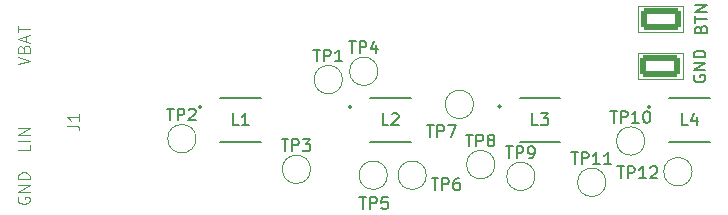
<source format=gbr>
%TF.GenerationSoftware,KiCad,Pcbnew,9.0.0*%
%TF.CreationDate,2026-02-06T13:22:11+01:00*%
%TF.ProjectId,Integrated_ACG_separate_v2,496e7465-6772-4617-9465-645f4143475f,rev?*%
%TF.SameCoordinates,Original*%
%TF.FileFunction,Legend,Top*%
%TF.FilePolarity,Positive*%
%FSLAX46Y46*%
G04 Gerber Fmt 4.6, Leading zero omitted, Abs format (unit mm)*
G04 Created by KiCad (PCBNEW 9.0.0) date 2026-02-06 13:22:11*
%MOMM*%
%LPD*%
G01*
G04 APERTURE LIST*
G04 Aperture macros list*
%AMRoundRect*
0 Rectangle with rounded corners*
0 $1 Rounding radius*
0 $2 $3 $4 $5 $6 $7 $8 $9 X,Y pos of 4 corners*
0 Add a 4 corners polygon primitive as box body*
4,1,4,$2,$3,$4,$5,$6,$7,$8,$9,$2,$3,0*
0 Add four circle primitives for the rounded corners*
1,1,$1+$1,$2,$3*
1,1,$1+$1,$4,$5*
1,1,$1+$1,$6,$7*
1,1,$1+$1,$8,$9*
0 Add four rect primitives between the rounded corners*
20,1,$1+$1,$2,$3,$4,$5,0*
20,1,$1+$1,$4,$5,$6,$7,0*
20,1,$1+$1,$6,$7,$8,$9,0*
20,1,$1+$1,$8,$9,$2,$3,0*%
G04 Aperture macros list end*
%ADD10C,0.100000*%
%ADD11C,0.150000*%
%ADD12C,0.120000*%
%ADD13C,0.152400*%
%ADD14RoundRect,0.250000X-1.450000X-0.650000X1.450000X-0.650000X1.450000X0.650000X-1.450000X0.650000X0*%
%ADD15C,2.000000*%
%ADD16R,1.295400X0.711200*%
%ADD17C,1.905000*%
G04 APERTURE END LIST*
D10*
X201570043Y-149252158D02*
X201522424Y-149347396D01*
X201522424Y-149347396D02*
X201522424Y-149490253D01*
X201522424Y-149490253D02*
X201570043Y-149633110D01*
X201570043Y-149633110D02*
X201665281Y-149728348D01*
X201665281Y-149728348D02*
X201760519Y-149775967D01*
X201760519Y-149775967D02*
X201950995Y-149823586D01*
X201950995Y-149823586D02*
X202093852Y-149823586D01*
X202093852Y-149823586D02*
X202284328Y-149775967D01*
X202284328Y-149775967D02*
X202379566Y-149728348D01*
X202379566Y-149728348D02*
X202474805Y-149633110D01*
X202474805Y-149633110D02*
X202522424Y-149490253D01*
X202522424Y-149490253D02*
X202522424Y-149395015D01*
X202522424Y-149395015D02*
X202474805Y-149252158D01*
X202474805Y-149252158D02*
X202427185Y-149204539D01*
X202427185Y-149204539D02*
X202093852Y-149204539D01*
X202093852Y-149204539D02*
X202093852Y-149395015D01*
X202522424Y-148775967D02*
X201522424Y-148775967D01*
X201522424Y-148775967D02*
X202522424Y-148204539D01*
X202522424Y-148204539D02*
X201522424Y-148204539D01*
X202522424Y-147728348D02*
X201522424Y-147728348D01*
X201522424Y-147728348D02*
X201522424Y-147490253D01*
X201522424Y-147490253D02*
X201570043Y-147347396D01*
X201570043Y-147347396D02*
X201665281Y-147252158D01*
X201665281Y-147252158D02*
X201760519Y-147204539D01*
X201760519Y-147204539D02*
X201950995Y-147156920D01*
X201950995Y-147156920D02*
X202093852Y-147156920D01*
X202093852Y-147156920D02*
X202284328Y-147204539D01*
X202284328Y-147204539D02*
X202379566Y-147252158D01*
X202379566Y-147252158D02*
X202474805Y-147347396D01*
X202474805Y-147347396D02*
X202522424Y-147490253D01*
X202522424Y-147490253D02*
X202522424Y-147728348D01*
X202522424Y-144799777D02*
X202522424Y-145275967D01*
X202522424Y-145275967D02*
X201522424Y-145275967D01*
X202522424Y-144466443D02*
X201522424Y-144466443D01*
X202522424Y-143990253D02*
X201522424Y-143990253D01*
X201522424Y-143990253D02*
X202522424Y-143418825D01*
X202522424Y-143418825D02*
X201522424Y-143418825D01*
X201522424Y-138018824D02*
X202522424Y-137685491D01*
X202522424Y-137685491D02*
X201522424Y-137352158D01*
X201998614Y-136685491D02*
X202046233Y-136542634D01*
X202046233Y-136542634D02*
X202093852Y-136495015D01*
X202093852Y-136495015D02*
X202189090Y-136447396D01*
X202189090Y-136447396D02*
X202331947Y-136447396D01*
X202331947Y-136447396D02*
X202427185Y-136495015D01*
X202427185Y-136495015D02*
X202474805Y-136542634D01*
X202474805Y-136542634D02*
X202522424Y-136637872D01*
X202522424Y-136637872D02*
X202522424Y-137018824D01*
X202522424Y-137018824D02*
X201522424Y-137018824D01*
X201522424Y-137018824D02*
X201522424Y-136685491D01*
X201522424Y-136685491D02*
X201570043Y-136590253D01*
X201570043Y-136590253D02*
X201617662Y-136542634D01*
X201617662Y-136542634D02*
X201712900Y-136495015D01*
X201712900Y-136495015D02*
X201808138Y-136495015D01*
X201808138Y-136495015D02*
X201903376Y-136542634D01*
X201903376Y-136542634D02*
X201950995Y-136590253D01*
X201950995Y-136590253D02*
X201998614Y-136685491D01*
X201998614Y-136685491D02*
X201998614Y-137018824D01*
X202236709Y-136066443D02*
X202236709Y-135590253D01*
X202522424Y-136161681D02*
X201522424Y-135828348D01*
X201522424Y-135828348D02*
X202522424Y-135495015D01*
X201522424Y-135304538D02*
X201522424Y-134733110D01*
X202522424Y-135018824D02*
X201522424Y-135018824D01*
D11*
X259351009Y-135013333D02*
X259398628Y-134870476D01*
X259398628Y-134870476D02*
X259446247Y-134822857D01*
X259446247Y-134822857D02*
X259541485Y-134775238D01*
X259541485Y-134775238D02*
X259684342Y-134775238D01*
X259684342Y-134775238D02*
X259779580Y-134822857D01*
X259779580Y-134822857D02*
X259827200Y-134870476D01*
X259827200Y-134870476D02*
X259874819Y-134965714D01*
X259874819Y-134965714D02*
X259874819Y-135346666D01*
X259874819Y-135346666D02*
X258874819Y-135346666D01*
X258874819Y-135346666D02*
X258874819Y-135013333D01*
X258874819Y-135013333D02*
X258922438Y-134918095D01*
X258922438Y-134918095D02*
X258970057Y-134870476D01*
X258970057Y-134870476D02*
X259065295Y-134822857D01*
X259065295Y-134822857D02*
X259160533Y-134822857D01*
X259160533Y-134822857D02*
X259255771Y-134870476D01*
X259255771Y-134870476D02*
X259303390Y-134918095D01*
X259303390Y-134918095D02*
X259351009Y-135013333D01*
X259351009Y-135013333D02*
X259351009Y-135346666D01*
X258874819Y-134489523D02*
X258874819Y-133918095D01*
X259874819Y-134203809D02*
X258874819Y-134203809D01*
X259874819Y-133584761D02*
X258874819Y-133584761D01*
X258874819Y-133584761D02*
X259874819Y-133013333D01*
X259874819Y-133013333D02*
X258874819Y-133013333D01*
X239438095Y-143956819D02*
X240009523Y-143956819D01*
X239723809Y-144956819D02*
X239723809Y-143956819D01*
X240342857Y-144956819D02*
X240342857Y-143956819D01*
X240342857Y-143956819D02*
X240723809Y-143956819D01*
X240723809Y-143956819D02*
X240819047Y-144004438D01*
X240819047Y-144004438D02*
X240866666Y-144052057D01*
X240866666Y-144052057D02*
X240914285Y-144147295D01*
X240914285Y-144147295D02*
X240914285Y-144290152D01*
X240914285Y-144290152D02*
X240866666Y-144385390D01*
X240866666Y-144385390D02*
X240819047Y-144433009D01*
X240819047Y-144433009D02*
X240723809Y-144480628D01*
X240723809Y-144480628D02*
X240342857Y-144480628D01*
X241485714Y-144385390D02*
X241390476Y-144337771D01*
X241390476Y-144337771D02*
X241342857Y-144290152D01*
X241342857Y-144290152D02*
X241295238Y-144194914D01*
X241295238Y-144194914D02*
X241295238Y-144147295D01*
X241295238Y-144147295D02*
X241342857Y-144052057D01*
X241342857Y-144052057D02*
X241390476Y-144004438D01*
X241390476Y-144004438D02*
X241485714Y-143956819D01*
X241485714Y-143956819D02*
X241676190Y-143956819D01*
X241676190Y-143956819D02*
X241771428Y-144004438D01*
X241771428Y-144004438D02*
X241819047Y-144052057D01*
X241819047Y-144052057D02*
X241866666Y-144147295D01*
X241866666Y-144147295D02*
X241866666Y-144194914D01*
X241866666Y-144194914D02*
X241819047Y-144290152D01*
X241819047Y-144290152D02*
X241771428Y-144337771D01*
X241771428Y-144337771D02*
X241676190Y-144385390D01*
X241676190Y-144385390D02*
X241485714Y-144385390D01*
X241485714Y-144385390D02*
X241390476Y-144433009D01*
X241390476Y-144433009D02*
X241342857Y-144480628D01*
X241342857Y-144480628D02*
X241295238Y-144575866D01*
X241295238Y-144575866D02*
X241295238Y-144766342D01*
X241295238Y-144766342D02*
X241342857Y-144861580D01*
X241342857Y-144861580D02*
X241390476Y-144909200D01*
X241390476Y-144909200D02*
X241485714Y-144956819D01*
X241485714Y-144956819D02*
X241676190Y-144956819D01*
X241676190Y-144956819D02*
X241771428Y-144909200D01*
X241771428Y-144909200D02*
X241819047Y-144861580D01*
X241819047Y-144861580D02*
X241866666Y-144766342D01*
X241866666Y-144766342D02*
X241866666Y-144575866D01*
X241866666Y-144575866D02*
X241819047Y-144480628D01*
X241819047Y-144480628D02*
X241771428Y-144433009D01*
X241771428Y-144433009D02*
X241676190Y-144385390D01*
X242838095Y-144956819D02*
X243409523Y-144956819D01*
X243123809Y-145956819D02*
X243123809Y-144956819D01*
X243742857Y-145956819D02*
X243742857Y-144956819D01*
X243742857Y-144956819D02*
X244123809Y-144956819D01*
X244123809Y-144956819D02*
X244219047Y-145004438D01*
X244219047Y-145004438D02*
X244266666Y-145052057D01*
X244266666Y-145052057D02*
X244314285Y-145147295D01*
X244314285Y-145147295D02*
X244314285Y-145290152D01*
X244314285Y-145290152D02*
X244266666Y-145385390D01*
X244266666Y-145385390D02*
X244219047Y-145433009D01*
X244219047Y-145433009D02*
X244123809Y-145480628D01*
X244123809Y-145480628D02*
X243742857Y-145480628D01*
X244790476Y-145956819D02*
X244980952Y-145956819D01*
X244980952Y-145956819D02*
X245076190Y-145909200D01*
X245076190Y-145909200D02*
X245123809Y-145861580D01*
X245123809Y-145861580D02*
X245219047Y-145718723D01*
X245219047Y-145718723D02*
X245266666Y-145528247D01*
X245266666Y-145528247D02*
X245266666Y-145147295D01*
X245266666Y-145147295D02*
X245219047Y-145052057D01*
X245219047Y-145052057D02*
X245171428Y-145004438D01*
X245171428Y-145004438D02*
X245076190Y-144956819D01*
X245076190Y-144956819D02*
X244885714Y-144956819D01*
X244885714Y-144956819D02*
X244790476Y-145004438D01*
X244790476Y-145004438D02*
X244742857Y-145052057D01*
X244742857Y-145052057D02*
X244695238Y-145147295D01*
X244695238Y-145147295D02*
X244695238Y-145385390D01*
X244695238Y-145385390D02*
X244742857Y-145480628D01*
X244742857Y-145480628D02*
X244790476Y-145528247D01*
X244790476Y-145528247D02*
X244885714Y-145575866D01*
X244885714Y-145575866D02*
X245076190Y-145575866D01*
X245076190Y-145575866D02*
X245171428Y-145528247D01*
X245171428Y-145528247D02*
X245219047Y-145480628D01*
X245219047Y-145480628D02*
X245266666Y-145385390D01*
X236138095Y-143154819D02*
X236709523Y-143154819D01*
X236423809Y-144154819D02*
X236423809Y-143154819D01*
X237042857Y-144154819D02*
X237042857Y-143154819D01*
X237042857Y-143154819D02*
X237423809Y-143154819D01*
X237423809Y-143154819D02*
X237519047Y-143202438D01*
X237519047Y-143202438D02*
X237566666Y-143250057D01*
X237566666Y-143250057D02*
X237614285Y-143345295D01*
X237614285Y-143345295D02*
X237614285Y-143488152D01*
X237614285Y-143488152D02*
X237566666Y-143583390D01*
X237566666Y-143583390D02*
X237519047Y-143631009D01*
X237519047Y-143631009D02*
X237423809Y-143678628D01*
X237423809Y-143678628D02*
X237042857Y-143678628D01*
X237947619Y-143154819D02*
X238614285Y-143154819D01*
X238614285Y-143154819D02*
X238185714Y-144154819D01*
X223838095Y-144356819D02*
X224409523Y-144356819D01*
X224123809Y-145356819D02*
X224123809Y-144356819D01*
X224742857Y-145356819D02*
X224742857Y-144356819D01*
X224742857Y-144356819D02*
X225123809Y-144356819D01*
X225123809Y-144356819D02*
X225219047Y-144404438D01*
X225219047Y-144404438D02*
X225266666Y-144452057D01*
X225266666Y-144452057D02*
X225314285Y-144547295D01*
X225314285Y-144547295D02*
X225314285Y-144690152D01*
X225314285Y-144690152D02*
X225266666Y-144785390D01*
X225266666Y-144785390D02*
X225219047Y-144833009D01*
X225219047Y-144833009D02*
X225123809Y-144880628D01*
X225123809Y-144880628D02*
X224742857Y-144880628D01*
X225647619Y-144356819D02*
X226266666Y-144356819D01*
X226266666Y-144356819D02*
X225933333Y-144737771D01*
X225933333Y-144737771D02*
X226076190Y-144737771D01*
X226076190Y-144737771D02*
X226171428Y-144785390D01*
X226171428Y-144785390D02*
X226219047Y-144833009D01*
X226219047Y-144833009D02*
X226266666Y-144928247D01*
X226266666Y-144928247D02*
X226266666Y-145166342D01*
X226266666Y-145166342D02*
X226219047Y-145261580D01*
X226219047Y-145261580D02*
X226171428Y-145309200D01*
X226171428Y-145309200D02*
X226076190Y-145356819D01*
X226076190Y-145356819D02*
X225790476Y-145356819D01*
X225790476Y-145356819D02*
X225695238Y-145309200D01*
X225695238Y-145309200D02*
X225647619Y-145261580D01*
X258782438Y-138951904D02*
X258734819Y-139047142D01*
X258734819Y-139047142D02*
X258734819Y-139189999D01*
X258734819Y-139189999D02*
X258782438Y-139332856D01*
X258782438Y-139332856D02*
X258877676Y-139428094D01*
X258877676Y-139428094D02*
X258972914Y-139475713D01*
X258972914Y-139475713D02*
X259163390Y-139523332D01*
X259163390Y-139523332D02*
X259306247Y-139523332D01*
X259306247Y-139523332D02*
X259496723Y-139475713D01*
X259496723Y-139475713D02*
X259591961Y-139428094D01*
X259591961Y-139428094D02*
X259687200Y-139332856D01*
X259687200Y-139332856D02*
X259734819Y-139189999D01*
X259734819Y-139189999D02*
X259734819Y-139094761D01*
X259734819Y-139094761D02*
X259687200Y-138951904D01*
X259687200Y-138951904D02*
X259639580Y-138904285D01*
X259639580Y-138904285D02*
X259306247Y-138904285D01*
X259306247Y-138904285D02*
X259306247Y-139094761D01*
X259734819Y-138475713D02*
X258734819Y-138475713D01*
X258734819Y-138475713D02*
X259734819Y-137904285D01*
X259734819Y-137904285D02*
X258734819Y-137904285D01*
X259734819Y-137428094D02*
X258734819Y-137428094D01*
X258734819Y-137428094D02*
X258734819Y-137189999D01*
X258734819Y-137189999D02*
X258782438Y-137047142D01*
X258782438Y-137047142D02*
X258877676Y-136951904D01*
X258877676Y-136951904D02*
X258972914Y-136904285D01*
X258972914Y-136904285D02*
X259163390Y-136856666D01*
X259163390Y-136856666D02*
X259306247Y-136856666D01*
X259306247Y-136856666D02*
X259496723Y-136904285D01*
X259496723Y-136904285D02*
X259591961Y-136951904D01*
X259591961Y-136951904D02*
X259687200Y-137047142D01*
X259687200Y-137047142D02*
X259734819Y-137189999D01*
X259734819Y-137189999D02*
X259734819Y-137428094D01*
X229538095Y-136056819D02*
X230109523Y-136056819D01*
X229823809Y-137056819D02*
X229823809Y-136056819D01*
X230442857Y-137056819D02*
X230442857Y-136056819D01*
X230442857Y-136056819D02*
X230823809Y-136056819D01*
X230823809Y-136056819D02*
X230919047Y-136104438D01*
X230919047Y-136104438D02*
X230966666Y-136152057D01*
X230966666Y-136152057D02*
X231014285Y-136247295D01*
X231014285Y-136247295D02*
X231014285Y-136390152D01*
X231014285Y-136390152D02*
X230966666Y-136485390D01*
X230966666Y-136485390D02*
X230919047Y-136533009D01*
X230919047Y-136533009D02*
X230823809Y-136580628D01*
X230823809Y-136580628D02*
X230442857Y-136580628D01*
X231871428Y-136390152D02*
X231871428Y-137056819D01*
X231633333Y-136009200D02*
X231395238Y-136723485D01*
X231395238Y-136723485D02*
X232014285Y-136723485D01*
X236538095Y-147654819D02*
X237109523Y-147654819D01*
X236823809Y-148654819D02*
X236823809Y-147654819D01*
X237442857Y-148654819D02*
X237442857Y-147654819D01*
X237442857Y-147654819D02*
X237823809Y-147654819D01*
X237823809Y-147654819D02*
X237919047Y-147702438D01*
X237919047Y-147702438D02*
X237966666Y-147750057D01*
X237966666Y-147750057D02*
X238014285Y-147845295D01*
X238014285Y-147845295D02*
X238014285Y-147988152D01*
X238014285Y-147988152D02*
X237966666Y-148083390D01*
X237966666Y-148083390D02*
X237919047Y-148131009D01*
X237919047Y-148131009D02*
X237823809Y-148178628D01*
X237823809Y-148178628D02*
X237442857Y-148178628D01*
X238871428Y-147654819D02*
X238680952Y-147654819D01*
X238680952Y-147654819D02*
X238585714Y-147702438D01*
X238585714Y-147702438D02*
X238538095Y-147750057D01*
X238538095Y-147750057D02*
X238442857Y-147892914D01*
X238442857Y-147892914D02*
X238395238Y-148083390D01*
X238395238Y-148083390D02*
X238395238Y-148464342D01*
X238395238Y-148464342D02*
X238442857Y-148559580D01*
X238442857Y-148559580D02*
X238490476Y-148607200D01*
X238490476Y-148607200D02*
X238585714Y-148654819D01*
X238585714Y-148654819D02*
X238776190Y-148654819D01*
X238776190Y-148654819D02*
X238871428Y-148607200D01*
X238871428Y-148607200D02*
X238919047Y-148559580D01*
X238919047Y-148559580D02*
X238966666Y-148464342D01*
X238966666Y-148464342D02*
X238966666Y-148226247D01*
X238966666Y-148226247D02*
X238919047Y-148131009D01*
X238919047Y-148131009D02*
X238871428Y-148083390D01*
X238871428Y-148083390D02*
X238776190Y-148035771D01*
X238776190Y-148035771D02*
X238585714Y-148035771D01*
X238585714Y-148035771D02*
X238490476Y-148083390D01*
X238490476Y-148083390D02*
X238442857Y-148131009D01*
X238442857Y-148131009D02*
X238395238Y-148226247D01*
X230438095Y-149254819D02*
X231009523Y-149254819D01*
X230723809Y-150254819D02*
X230723809Y-149254819D01*
X231342857Y-150254819D02*
X231342857Y-149254819D01*
X231342857Y-149254819D02*
X231723809Y-149254819D01*
X231723809Y-149254819D02*
X231819047Y-149302438D01*
X231819047Y-149302438D02*
X231866666Y-149350057D01*
X231866666Y-149350057D02*
X231914285Y-149445295D01*
X231914285Y-149445295D02*
X231914285Y-149588152D01*
X231914285Y-149588152D02*
X231866666Y-149683390D01*
X231866666Y-149683390D02*
X231819047Y-149731009D01*
X231819047Y-149731009D02*
X231723809Y-149778628D01*
X231723809Y-149778628D02*
X231342857Y-149778628D01*
X232819047Y-149254819D02*
X232342857Y-149254819D01*
X232342857Y-149254819D02*
X232295238Y-149731009D01*
X232295238Y-149731009D02*
X232342857Y-149683390D01*
X232342857Y-149683390D02*
X232438095Y-149635771D01*
X232438095Y-149635771D02*
X232676190Y-149635771D01*
X232676190Y-149635771D02*
X232771428Y-149683390D01*
X232771428Y-149683390D02*
X232819047Y-149731009D01*
X232819047Y-149731009D02*
X232866666Y-149826247D01*
X232866666Y-149826247D02*
X232866666Y-150064342D01*
X232866666Y-150064342D02*
X232819047Y-150159580D01*
X232819047Y-150159580D02*
X232771428Y-150207200D01*
X232771428Y-150207200D02*
X232676190Y-150254819D01*
X232676190Y-150254819D02*
X232438095Y-150254819D01*
X232438095Y-150254819D02*
X232342857Y-150207200D01*
X232342857Y-150207200D02*
X232295238Y-150159580D01*
X252261905Y-146654819D02*
X252833333Y-146654819D01*
X252547619Y-147654819D02*
X252547619Y-146654819D01*
X253166667Y-147654819D02*
X253166667Y-146654819D01*
X253166667Y-146654819D02*
X253547619Y-146654819D01*
X253547619Y-146654819D02*
X253642857Y-146702438D01*
X253642857Y-146702438D02*
X253690476Y-146750057D01*
X253690476Y-146750057D02*
X253738095Y-146845295D01*
X253738095Y-146845295D02*
X253738095Y-146988152D01*
X253738095Y-146988152D02*
X253690476Y-147083390D01*
X253690476Y-147083390D02*
X253642857Y-147131009D01*
X253642857Y-147131009D02*
X253547619Y-147178628D01*
X253547619Y-147178628D02*
X253166667Y-147178628D01*
X254690476Y-147654819D02*
X254119048Y-147654819D01*
X254404762Y-147654819D02*
X254404762Y-146654819D01*
X254404762Y-146654819D02*
X254309524Y-146797676D01*
X254309524Y-146797676D02*
X254214286Y-146892914D01*
X254214286Y-146892914D02*
X254119048Y-146940533D01*
X255071429Y-146750057D02*
X255119048Y-146702438D01*
X255119048Y-146702438D02*
X255214286Y-146654819D01*
X255214286Y-146654819D02*
X255452381Y-146654819D01*
X255452381Y-146654819D02*
X255547619Y-146702438D01*
X255547619Y-146702438D02*
X255595238Y-146750057D01*
X255595238Y-146750057D02*
X255642857Y-146845295D01*
X255642857Y-146845295D02*
X255642857Y-146940533D01*
X255642857Y-146940533D02*
X255595238Y-147083390D01*
X255595238Y-147083390D02*
X255023810Y-147654819D01*
X255023810Y-147654819D02*
X255642857Y-147654819D01*
X248361905Y-145456819D02*
X248933333Y-145456819D01*
X248647619Y-146456819D02*
X248647619Y-145456819D01*
X249266667Y-146456819D02*
X249266667Y-145456819D01*
X249266667Y-145456819D02*
X249647619Y-145456819D01*
X249647619Y-145456819D02*
X249742857Y-145504438D01*
X249742857Y-145504438D02*
X249790476Y-145552057D01*
X249790476Y-145552057D02*
X249838095Y-145647295D01*
X249838095Y-145647295D02*
X249838095Y-145790152D01*
X249838095Y-145790152D02*
X249790476Y-145885390D01*
X249790476Y-145885390D02*
X249742857Y-145933009D01*
X249742857Y-145933009D02*
X249647619Y-145980628D01*
X249647619Y-145980628D02*
X249266667Y-145980628D01*
X250790476Y-146456819D02*
X250219048Y-146456819D01*
X250504762Y-146456819D02*
X250504762Y-145456819D01*
X250504762Y-145456819D02*
X250409524Y-145599676D01*
X250409524Y-145599676D02*
X250314286Y-145694914D01*
X250314286Y-145694914D02*
X250219048Y-145742533D01*
X251742857Y-146456819D02*
X251171429Y-146456819D01*
X251457143Y-146456819D02*
X251457143Y-145456819D01*
X251457143Y-145456819D02*
X251361905Y-145599676D01*
X251361905Y-145599676D02*
X251266667Y-145694914D01*
X251266667Y-145694914D02*
X251171429Y-145742533D01*
X251661905Y-141956819D02*
X252233333Y-141956819D01*
X251947619Y-142956819D02*
X251947619Y-141956819D01*
X252566667Y-142956819D02*
X252566667Y-141956819D01*
X252566667Y-141956819D02*
X252947619Y-141956819D01*
X252947619Y-141956819D02*
X253042857Y-142004438D01*
X253042857Y-142004438D02*
X253090476Y-142052057D01*
X253090476Y-142052057D02*
X253138095Y-142147295D01*
X253138095Y-142147295D02*
X253138095Y-142290152D01*
X253138095Y-142290152D02*
X253090476Y-142385390D01*
X253090476Y-142385390D02*
X253042857Y-142433009D01*
X253042857Y-142433009D02*
X252947619Y-142480628D01*
X252947619Y-142480628D02*
X252566667Y-142480628D01*
X254090476Y-142956819D02*
X253519048Y-142956819D01*
X253804762Y-142956819D02*
X253804762Y-141956819D01*
X253804762Y-141956819D02*
X253709524Y-142099676D01*
X253709524Y-142099676D02*
X253614286Y-142194914D01*
X253614286Y-142194914D02*
X253519048Y-142242533D01*
X254709524Y-141956819D02*
X254804762Y-141956819D01*
X254804762Y-141956819D02*
X254900000Y-142004438D01*
X254900000Y-142004438D02*
X254947619Y-142052057D01*
X254947619Y-142052057D02*
X254995238Y-142147295D01*
X254995238Y-142147295D02*
X255042857Y-142337771D01*
X255042857Y-142337771D02*
X255042857Y-142575866D01*
X255042857Y-142575866D02*
X254995238Y-142766342D01*
X254995238Y-142766342D02*
X254947619Y-142861580D01*
X254947619Y-142861580D02*
X254900000Y-142909200D01*
X254900000Y-142909200D02*
X254804762Y-142956819D01*
X254804762Y-142956819D02*
X254709524Y-142956819D01*
X254709524Y-142956819D02*
X254614286Y-142909200D01*
X254614286Y-142909200D02*
X254566667Y-142861580D01*
X254566667Y-142861580D02*
X254519048Y-142766342D01*
X254519048Y-142766342D02*
X254471429Y-142575866D01*
X254471429Y-142575866D02*
X254471429Y-142337771D01*
X254471429Y-142337771D02*
X254519048Y-142147295D01*
X254519048Y-142147295D02*
X254566667Y-142052057D01*
X254566667Y-142052057D02*
X254614286Y-142004438D01*
X254614286Y-142004438D02*
X254709524Y-141956819D01*
X226538095Y-136756819D02*
X227109523Y-136756819D01*
X226823809Y-137756819D02*
X226823809Y-136756819D01*
X227442857Y-137756819D02*
X227442857Y-136756819D01*
X227442857Y-136756819D02*
X227823809Y-136756819D01*
X227823809Y-136756819D02*
X227919047Y-136804438D01*
X227919047Y-136804438D02*
X227966666Y-136852057D01*
X227966666Y-136852057D02*
X228014285Y-136947295D01*
X228014285Y-136947295D02*
X228014285Y-137090152D01*
X228014285Y-137090152D02*
X227966666Y-137185390D01*
X227966666Y-137185390D02*
X227919047Y-137233009D01*
X227919047Y-137233009D02*
X227823809Y-137280628D01*
X227823809Y-137280628D02*
X227442857Y-137280628D01*
X228966666Y-137756819D02*
X228395238Y-137756819D01*
X228680952Y-137756819D02*
X228680952Y-136756819D01*
X228680952Y-136756819D02*
X228585714Y-136899676D01*
X228585714Y-136899676D02*
X228490476Y-136994914D01*
X228490476Y-136994914D02*
X228395238Y-137042533D01*
X214138095Y-141756819D02*
X214709523Y-141756819D01*
X214423809Y-142756819D02*
X214423809Y-141756819D01*
X215042857Y-142756819D02*
X215042857Y-141756819D01*
X215042857Y-141756819D02*
X215423809Y-141756819D01*
X215423809Y-141756819D02*
X215519047Y-141804438D01*
X215519047Y-141804438D02*
X215566666Y-141852057D01*
X215566666Y-141852057D02*
X215614285Y-141947295D01*
X215614285Y-141947295D02*
X215614285Y-142090152D01*
X215614285Y-142090152D02*
X215566666Y-142185390D01*
X215566666Y-142185390D02*
X215519047Y-142233009D01*
X215519047Y-142233009D02*
X215423809Y-142280628D01*
X215423809Y-142280628D02*
X215042857Y-142280628D01*
X215995238Y-141852057D02*
X216042857Y-141804438D01*
X216042857Y-141804438D02*
X216138095Y-141756819D01*
X216138095Y-141756819D02*
X216376190Y-141756819D01*
X216376190Y-141756819D02*
X216471428Y-141804438D01*
X216471428Y-141804438D02*
X216519047Y-141852057D01*
X216519047Y-141852057D02*
X216566666Y-141947295D01*
X216566666Y-141947295D02*
X216566666Y-142042533D01*
X216566666Y-142042533D02*
X216519047Y-142185390D01*
X216519047Y-142185390D02*
X215947619Y-142756819D01*
X215947619Y-142756819D02*
X216566666Y-142756819D01*
X258223333Y-143154819D02*
X257747143Y-143154819D01*
X257747143Y-143154819D02*
X257747143Y-142154819D01*
X258985238Y-142488152D02*
X258985238Y-143154819D01*
X258747143Y-142107200D02*
X258509048Y-142821485D01*
X258509048Y-142821485D02*
X259128095Y-142821485D01*
X245563333Y-143154819D02*
X245087143Y-143154819D01*
X245087143Y-143154819D02*
X245087143Y-142154819D01*
X245801429Y-142154819D02*
X246420476Y-142154819D01*
X246420476Y-142154819D02*
X246087143Y-142535771D01*
X246087143Y-142535771D02*
X246230000Y-142535771D01*
X246230000Y-142535771D02*
X246325238Y-142583390D01*
X246325238Y-142583390D02*
X246372857Y-142631009D01*
X246372857Y-142631009D02*
X246420476Y-142726247D01*
X246420476Y-142726247D02*
X246420476Y-142964342D01*
X246420476Y-142964342D02*
X246372857Y-143059580D01*
X246372857Y-143059580D02*
X246325238Y-143107200D01*
X246325238Y-143107200D02*
X246230000Y-143154819D01*
X246230000Y-143154819D02*
X245944286Y-143154819D01*
X245944286Y-143154819D02*
X245849048Y-143107200D01*
X245849048Y-143107200D02*
X245801429Y-143059580D01*
X232893333Y-143154819D02*
X232417143Y-143154819D01*
X232417143Y-143154819D02*
X232417143Y-142154819D01*
X233179048Y-142250057D02*
X233226667Y-142202438D01*
X233226667Y-142202438D02*
X233321905Y-142154819D01*
X233321905Y-142154819D02*
X233560000Y-142154819D01*
X233560000Y-142154819D02*
X233655238Y-142202438D01*
X233655238Y-142202438D02*
X233702857Y-142250057D01*
X233702857Y-142250057D02*
X233750476Y-142345295D01*
X233750476Y-142345295D02*
X233750476Y-142440533D01*
X233750476Y-142440533D02*
X233702857Y-142583390D01*
X233702857Y-142583390D02*
X233131429Y-143154819D01*
X233131429Y-143154819D02*
X233750476Y-143154819D01*
X220208332Y-143154819D02*
X219732142Y-143154819D01*
X219732142Y-143154819D02*
X219732142Y-142154819D01*
X221065475Y-143154819D02*
X220494047Y-143154819D01*
X220779761Y-143154819D02*
X220779761Y-142154819D01*
X220779761Y-142154819D02*
X220684523Y-142297676D01*
X220684523Y-142297676D02*
X220589285Y-142392914D01*
X220589285Y-142392914D02*
X220494047Y-142440533D01*
D10*
X205707424Y-143213185D02*
X206421709Y-143213185D01*
X206421709Y-143213185D02*
X206564566Y-143260804D01*
X206564566Y-143260804D02*
X206659805Y-143356042D01*
X206659805Y-143356042D02*
X206707424Y-143498899D01*
X206707424Y-143498899D02*
X206707424Y-143594137D01*
X206707424Y-142213185D02*
X206707424Y-142784613D01*
X206707424Y-142498899D02*
X205707424Y-142498899D01*
X205707424Y-142498899D02*
X205850281Y-142594137D01*
X205850281Y-142594137D02*
X205945519Y-142689375D01*
X205945519Y-142689375D02*
X205993138Y-142784613D01*
%TO.C,BTN*%
D12*
X254030000Y-133110000D02*
X257830000Y-133110000D01*
X257830000Y-135310000D01*
X254030000Y-135310000D01*
X254030000Y-133110000D01*
%TO.C,TP8*%
X241900000Y-146500000D02*
G75*
G02*
X239500000Y-146500000I-1200000J0D01*
G01*
X239500000Y-146500000D02*
G75*
G02*
X241900000Y-146500000I1200000J0D01*
G01*
%TO.C,TP9*%
X245300000Y-147500000D02*
G75*
G02*
X242900000Y-147500000I-1200000J0D01*
G01*
X242900000Y-147500000D02*
G75*
G02*
X245300000Y-147500000I1200000J0D01*
G01*
%TO.C,TP7*%
X240100000Y-141400000D02*
G75*
G02*
X237700000Y-141400000I-1200000J0D01*
G01*
X237700000Y-141400000D02*
G75*
G02*
X240100000Y-141400000I1200000J0D01*
G01*
%TO.C,TP3*%
X226300000Y-146900000D02*
G75*
G02*
X223900000Y-146900000I-1200000J0D01*
G01*
X223900000Y-146900000D02*
G75*
G02*
X226300000Y-146900000I1200000J0D01*
G01*
%TO.C,GND*%
X253990000Y-137050000D02*
X257790000Y-137050000D01*
X257790000Y-139250000D01*
X253990000Y-139250000D01*
X253990000Y-137050000D01*
%TO.C,TP4*%
X232000000Y-138600000D02*
G75*
G02*
X229600000Y-138600000I-1200000J0D01*
G01*
X229600000Y-138600000D02*
G75*
G02*
X232000000Y-138600000I1200000J0D01*
G01*
%TO.C,TP6*%
X236100000Y-147400000D02*
G75*
G02*
X233700000Y-147400000I-1200000J0D01*
G01*
X233700000Y-147400000D02*
G75*
G02*
X236100000Y-147400000I1200000J0D01*
G01*
%TO.C,TP5*%
X232800000Y-147400000D02*
G75*
G02*
X230400000Y-147400000I-1200000J0D01*
G01*
X230400000Y-147400000D02*
G75*
G02*
X232800000Y-147400000I1200000J0D01*
G01*
%TO.C,TP12*%
X258600000Y-147100000D02*
G75*
G02*
X256200000Y-147100000I-1200000J0D01*
G01*
X256200000Y-147100000D02*
G75*
G02*
X258600000Y-147100000I1200000J0D01*
G01*
%TO.C,TP11*%
X251300000Y-148000000D02*
G75*
G02*
X248900000Y-148000000I-1200000J0D01*
G01*
X248900000Y-148000000D02*
G75*
G02*
X251300000Y-148000000I1200000J0D01*
G01*
%TO.C,TP10*%
X254600000Y-144500000D02*
G75*
G02*
X252200000Y-144500000I-1200000J0D01*
G01*
X252200000Y-144500000D02*
G75*
G02*
X254600000Y-144500000I1200000J0D01*
G01*
%TO.C,TP1*%
X229000000Y-139300000D02*
G75*
G02*
X226600000Y-139300000I-1200000J0D01*
G01*
X226600000Y-139300000D02*
G75*
G02*
X229000000Y-139300000I1200000J0D01*
G01*
%TO.C,TP2*%
X216600000Y-144300000D02*
G75*
G02*
X214200000Y-144300000I-1200000J0D01*
G01*
X214200000Y-144300000D02*
G75*
G02*
X216600000Y-144300000I1200000J0D01*
G01*
D13*
%TO.C,L4*%
X256662800Y-144579600D02*
X260117200Y-144579600D01*
X260117200Y-140820400D02*
X256662800Y-140820400D01*
X255095000Y-141600000D02*
G75*
G02*
X254841000Y-141600000I-127000J0D01*
G01*
X254841000Y-141600000D02*
G75*
G02*
X255095000Y-141600000I127000J0D01*
G01*
%TO.C,L3*%
X244002800Y-144579600D02*
X247457200Y-144579600D01*
X247457200Y-140820400D02*
X244002800Y-140820400D01*
X242435000Y-141600000D02*
G75*
G02*
X242181000Y-141600000I-127000J0D01*
G01*
X242181000Y-141600000D02*
G75*
G02*
X242435000Y-141600000I127000J0D01*
G01*
%TO.C,L2*%
X231332800Y-144579600D02*
X234787200Y-144579600D01*
X234787200Y-140820400D02*
X231332800Y-140820400D01*
X229765000Y-141600000D02*
G75*
G02*
X229511000Y-141600000I-127000J0D01*
G01*
X229511000Y-141600000D02*
G75*
G02*
X229765000Y-141600000I127000J0D01*
G01*
%TO.C,L1*%
X218647799Y-144579600D02*
X222102199Y-144579600D01*
X222102199Y-140820400D02*
X218647799Y-140820400D01*
X217079999Y-141600000D02*
G75*
G02*
X216825999Y-141600000I-127000J0D01*
G01*
X216825999Y-141600000D02*
G75*
G02*
X217079999Y-141600000I127000J0D01*
G01*
%TD*%
%LPC*%
D14*
%TO.C,BTN*%
X255930000Y-134210000D03*
%TD*%
D15*
%TO.C,TP8*%
X240700000Y-146500000D03*
%TD*%
%TO.C,TP9*%
X244100000Y-147500000D03*
%TD*%
%TO.C,TP7*%
X238900000Y-141400000D03*
%TD*%
%TO.C,TP3*%
X225100000Y-146900000D03*
%TD*%
D14*
%TO.C,GND*%
X255890000Y-138150000D03*
%TD*%
D15*
%TO.C,TP4*%
X230800000Y-138600000D03*
%TD*%
%TO.C,TP6*%
X234900000Y-147400000D03*
%TD*%
%TO.C,TP5*%
X231600000Y-147400000D03*
%TD*%
%TO.C,TP12*%
X257400000Y-147100000D03*
%TD*%
%TO.C,TP11*%
X250100000Y-148000000D03*
%TD*%
%TO.C,TP10*%
X253400000Y-144500000D03*
%TD*%
%TO.C,TP1*%
X227800000Y-139300000D03*
%TD*%
%TO.C,TP2*%
X215400000Y-144300000D03*
%TD*%
D16*
%TO.C,L4*%
X256914999Y-141600000D03*
X256914999Y-142700000D03*
X256914999Y-143800000D03*
X259865001Y-143800000D03*
X259865001Y-142700000D03*
X259865001Y-141600000D03*
%TD*%
%TO.C,L3*%
X244254999Y-141600000D03*
X244254999Y-142700000D03*
X244254999Y-143800000D03*
X247205001Y-143800000D03*
X247205001Y-142700000D03*
X247205001Y-141600000D03*
%TD*%
%TO.C,L2*%
X231584999Y-141600000D03*
X231584999Y-142700000D03*
X231584999Y-143800000D03*
X234535001Y-143800000D03*
X234535001Y-142700000D03*
X234535001Y-141600000D03*
%TD*%
%TO.C,L1*%
X218899998Y-141600000D03*
X218899998Y-142700000D03*
X218899998Y-143800000D03*
X221850000Y-143800000D03*
X221850000Y-142700000D03*
X221850000Y-141600000D03*
%TD*%
D17*
%TO.C,J1*%
X207510005Y-148679893D03*
X207510005Y-144679893D03*
X207510005Y-140679893D03*
X207510005Y-136679893D03*
%TD*%
%LPD*%
M02*

</source>
